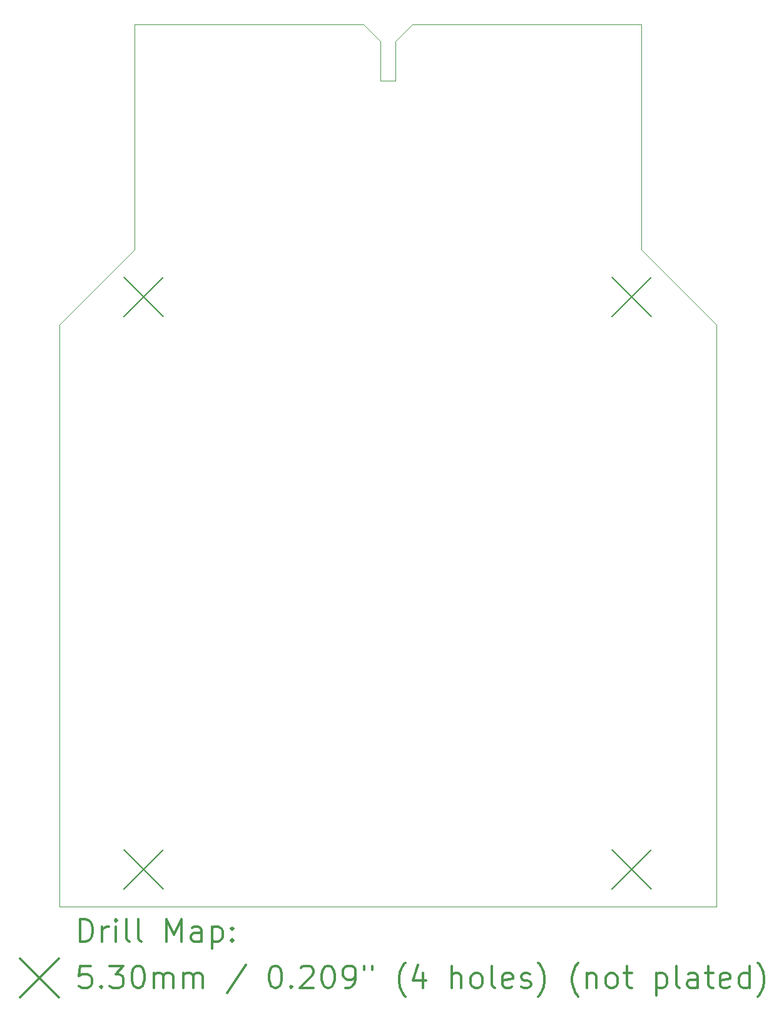
<source format=gbr>
%FSLAX45Y45*%
G04 Gerber Fmt 4.5, Leading zero omitted, Abs format (unit mm)*
G04 Created by KiCad (PCBNEW 5.1.2-f72e74a~84~ubuntu18.04.1) date 2019-07-07 14:55:57*
%MOMM*%
%LPD*%
G04 APERTURE LIST*
%ADD10C,0.050000*%
%ADD11C,0.200000*%
%ADD12C,0.300000*%
G04 APERTURE END LIST*
D10*
X15214600Y-6451600D02*
X15443200Y-6223000D01*
X14782800Y-6223000D02*
X15011400Y-6451600D01*
X10668000Y-10287000D02*
X11684000Y-9271000D01*
X10668000Y-18161000D02*
X10668000Y-10287000D01*
X19558000Y-18161000D02*
X10668000Y-18161000D01*
X19558000Y-10287000D02*
X19558000Y-18161000D01*
X18542000Y-9271000D02*
X19558000Y-10287000D01*
X15214600Y-6985000D02*
X15214600Y-6451600D01*
X15011400Y-6985000D02*
X15214600Y-6985000D01*
X15443200Y-6223000D02*
X18542000Y-6223000D01*
X15011400Y-6451600D02*
X15011400Y-6985000D01*
X11684000Y-9271000D02*
X11684000Y-6223000D01*
X18542000Y-6223000D02*
X18542000Y-9271000D01*
X11684000Y-6223000D02*
X14782800Y-6223000D01*
D11*
X11546000Y-9641000D02*
X12076000Y-10171000D01*
X12076000Y-9641000D02*
X11546000Y-10171000D01*
X18150000Y-9641000D02*
X18680000Y-10171000D01*
X18680000Y-9641000D02*
X18150000Y-10171000D01*
X11546000Y-17388000D02*
X12076000Y-17918000D01*
X12076000Y-17388000D02*
X11546000Y-17918000D01*
X18150000Y-17388000D02*
X18680000Y-17918000D01*
X18680000Y-17388000D02*
X18150000Y-17918000D01*
D12*
X10951928Y-18629214D02*
X10951928Y-18329214D01*
X11023357Y-18329214D01*
X11066214Y-18343500D01*
X11094786Y-18372072D01*
X11109071Y-18400643D01*
X11123357Y-18457786D01*
X11123357Y-18500643D01*
X11109071Y-18557786D01*
X11094786Y-18586357D01*
X11066214Y-18614929D01*
X11023357Y-18629214D01*
X10951928Y-18629214D01*
X11251928Y-18629214D02*
X11251928Y-18429214D01*
X11251928Y-18486357D02*
X11266214Y-18457786D01*
X11280500Y-18443500D01*
X11309071Y-18429214D01*
X11337643Y-18429214D01*
X11437643Y-18629214D02*
X11437643Y-18429214D01*
X11437643Y-18329214D02*
X11423357Y-18343500D01*
X11437643Y-18357786D01*
X11451928Y-18343500D01*
X11437643Y-18329214D01*
X11437643Y-18357786D01*
X11623357Y-18629214D02*
X11594786Y-18614929D01*
X11580500Y-18586357D01*
X11580500Y-18329214D01*
X11780500Y-18629214D02*
X11751928Y-18614929D01*
X11737643Y-18586357D01*
X11737643Y-18329214D01*
X12123357Y-18629214D02*
X12123357Y-18329214D01*
X12223357Y-18543500D01*
X12323357Y-18329214D01*
X12323357Y-18629214D01*
X12594786Y-18629214D02*
X12594786Y-18472072D01*
X12580500Y-18443500D01*
X12551928Y-18429214D01*
X12494786Y-18429214D01*
X12466214Y-18443500D01*
X12594786Y-18614929D02*
X12566214Y-18629214D01*
X12494786Y-18629214D01*
X12466214Y-18614929D01*
X12451928Y-18586357D01*
X12451928Y-18557786D01*
X12466214Y-18529214D01*
X12494786Y-18514929D01*
X12566214Y-18514929D01*
X12594786Y-18500643D01*
X12737643Y-18429214D02*
X12737643Y-18729214D01*
X12737643Y-18443500D02*
X12766214Y-18429214D01*
X12823357Y-18429214D01*
X12851928Y-18443500D01*
X12866214Y-18457786D01*
X12880500Y-18486357D01*
X12880500Y-18572072D01*
X12866214Y-18600643D01*
X12851928Y-18614929D01*
X12823357Y-18629214D01*
X12766214Y-18629214D01*
X12737643Y-18614929D01*
X13009071Y-18600643D02*
X13023357Y-18614929D01*
X13009071Y-18629214D01*
X12994786Y-18614929D01*
X13009071Y-18600643D01*
X13009071Y-18629214D01*
X13009071Y-18443500D02*
X13023357Y-18457786D01*
X13009071Y-18472072D01*
X12994786Y-18457786D01*
X13009071Y-18443500D01*
X13009071Y-18472072D01*
X10135500Y-18858500D02*
X10665500Y-19388500D01*
X10665500Y-18858500D02*
X10135500Y-19388500D01*
X11094786Y-18959214D02*
X10951928Y-18959214D01*
X10937643Y-19102072D01*
X10951928Y-19087786D01*
X10980500Y-19073500D01*
X11051928Y-19073500D01*
X11080500Y-19087786D01*
X11094786Y-19102072D01*
X11109071Y-19130643D01*
X11109071Y-19202072D01*
X11094786Y-19230643D01*
X11080500Y-19244929D01*
X11051928Y-19259214D01*
X10980500Y-19259214D01*
X10951928Y-19244929D01*
X10937643Y-19230643D01*
X11237643Y-19230643D02*
X11251928Y-19244929D01*
X11237643Y-19259214D01*
X11223357Y-19244929D01*
X11237643Y-19230643D01*
X11237643Y-19259214D01*
X11351928Y-18959214D02*
X11537643Y-18959214D01*
X11437643Y-19073500D01*
X11480500Y-19073500D01*
X11509071Y-19087786D01*
X11523357Y-19102072D01*
X11537643Y-19130643D01*
X11537643Y-19202072D01*
X11523357Y-19230643D01*
X11509071Y-19244929D01*
X11480500Y-19259214D01*
X11394786Y-19259214D01*
X11366214Y-19244929D01*
X11351928Y-19230643D01*
X11723357Y-18959214D02*
X11751928Y-18959214D01*
X11780500Y-18973500D01*
X11794786Y-18987786D01*
X11809071Y-19016357D01*
X11823357Y-19073500D01*
X11823357Y-19144929D01*
X11809071Y-19202072D01*
X11794786Y-19230643D01*
X11780500Y-19244929D01*
X11751928Y-19259214D01*
X11723357Y-19259214D01*
X11694786Y-19244929D01*
X11680500Y-19230643D01*
X11666214Y-19202072D01*
X11651928Y-19144929D01*
X11651928Y-19073500D01*
X11666214Y-19016357D01*
X11680500Y-18987786D01*
X11694786Y-18973500D01*
X11723357Y-18959214D01*
X11951928Y-19259214D02*
X11951928Y-19059214D01*
X11951928Y-19087786D02*
X11966214Y-19073500D01*
X11994786Y-19059214D01*
X12037643Y-19059214D01*
X12066214Y-19073500D01*
X12080500Y-19102072D01*
X12080500Y-19259214D01*
X12080500Y-19102072D02*
X12094786Y-19073500D01*
X12123357Y-19059214D01*
X12166214Y-19059214D01*
X12194786Y-19073500D01*
X12209071Y-19102072D01*
X12209071Y-19259214D01*
X12351928Y-19259214D02*
X12351928Y-19059214D01*
X12351928Y-19087786D02*
X12366214Y-19073500D01*
X12394786Y-19059214D01*
X12437643Y-19059214D01*
X12466214Y-19073500D01*
X12480500Y-19102072D01*
X12480500Y-19259214D01*
X12480500Y-19102072D02*
X12494786Y-19073500D01*
X12523357Y-19059214D01*
X12566214Y-19059214D01*
X12594786Y-19073500D01*
X12609071Y-19102072D01*
X12609071Y-19259214D01*
X13194786Y-18944929D02*
X12937643Y-19330643D01*
X13580500Y-18959214D02*
X13609071Y-18959214D01*
X13637643Y-18973500D01*
X13651928Y-18987786D01*
X13666214Y-19016357D01*
X13680500Y-19073500D01*
X13680500Y-19144929D01*
X13666214Y-19202072D01*
X13651928Y-19230643D01*
X13637643Y-19244929D01*
X13609071Y-19259214D01*
X13580500Y-19259214D01*
X13551928Y-19244929D01*
X13537643Y-19230643D01*
X13523357Y-19202072D01*
X13509071Y-19144929D01*
X13509071Y-19073500D01*
X13523357Y-19016357D01*
X13537643Y-18987786D01*
X13551928Y-18973500D01*
X13580500Y-18959214D01*
X13809071Y-19230643D02*
X13823357Y-19244929D01*
X13809071Y-19259214D01*
X13794786Y-19244929D01*
X13809071Y-19230643D01*
X13809071Y-19259214D01*
X13937643Y-18987786D02*
X13951928Y-18973500D01*
X13980500Y-18959214D01*
X14051928Y-18959214D01*
X14080500Y-18973500D01*
X14094786Y-18987786D01*
X14109071Y-19016357D01*
X14109071Y-19044929D01*
X14094786Y-19087786D01*
X13923357Y-19259214D01*
X14109071Y-19259214D01*
X14294786Y-18959214D02*
X14323357Y-18959214D01*
X14351928Y-18973500D01*
X14366214Y-18987786D01*
X14380500Y-19016357D01*
X14394786Y-19073500D01*
X14394786Y-19144929D01*
X14380500Y-19202072D01*
X14366214Y-19230643D01*
X14351928Y-19244929D01*
X14323357Y-19259214D01*
X14294786Y-19259214D01*
X14266214Y-19244929D01*
X14251928Y-19230643D01*
X14237643Y-19202072D01*
X14223357Y-19144929D01*
X14223357Y-19073500D01*
X14237643Y-19016357D01*
X14251928Y-18987786D01*
X14266214Y-18973500D01*
X14294786Y-18959214D01*
X14537643Y-19259214D02*
X14594786Y-19259214D01*
X14623357Y-19244929D01*
X14637643Y-19230643D01*
X14666214Y-19187786D01*
X14680500Y-19130643D01*
X14680500Y-19016357D01*
X14666214Y-18987786D01*
X14651928Y-18973500D01*
X14623357Y-18959214D01*
X14566214Y-18959214D01*
X14537643Y-18973500D01*
X14523357Y-18987786D01*
X14509071Y-19016357D01*
X14509071Y-19087786D01*
X14523357Y-19116357D01*
X14537643Y-19130643D01*
X14566214Y-19144929D01*
X14623357Y-19144929D01*
X14651928Y-19130643D01*
X14666214Y-19116357D01*
X14680500Y-19087786D01*
X14794786Y-18959214D02*
X14794786Y-19016357D01*
X14909071Y-18959214D02*
X14909071Y-19016357D01*
X15351928Y-19373500D02*
X15337643Y-19359214D01*
X15309071Y-19316357D01*
X15294786Y-19287786D01*
X15280500Y-19244929D01*
X15266214Y-19173500D01*
X15266214Y-19116357D01*
X15280500Y-19044929D01*
X15294786Y-19002072D01*
X15309071Y-18973500D01*
X15337643Y-18930643D01*
X15351928Y-18916357D01*
X15594786Y-19059214D02*
X15594786Y-19259214D01*
X15523357Y-18944929D02*
X15451928Y-19159214D01*
X15637643Y-19159214D01*
X15980500Y-19259214D02*
X15980500Y-18959214D01*
X16109071Y-19259214D02*
X16109071Y-19102072D01*
X16094786Y-19073500D01*
X16066214Y-19059214D01*
X16023357Y-19059214D01*
X15994786Y-19073500D01*
X15980500Y-19087786D01*
X16294786Y-19259214D02*
X16266214Y-19244929D01*
X16251928Y-19230643D01*
X16237643Y-19202072D01*
X16237643Y-19116357D01*
X16251928Y-19087786D01*
X16266214Y-19073500D01*
X16294786Y-19059214D01*
X16337643Y-19059214D01*
X16366214Y-19073500D01*
X16380500Y-19087786D01*
X16394786Y-19116357D01*
X16394786Y-19202072D01*
X16380500Y-19230643D01*
X16366214Y-19244929D01*
X16337643Y-19259214D01*
X16294786Y-19259214D01*
X16566214Y-19259214D02*
X16537643Y-19244929D01*
X16523357Y-19216357D01*
X16523357Y-18959214D01*
X16794786Y-19244929D02*
X16766214Y-19259214D01*
X16709071Y-19259214D01*
X16680500Y-19244929D01*
X16666214Y-19216357D01*
X16666214Y-19102072D01*
X16680500Y-19073500D01*
X16709071Y-19059214D01*
X16766214Y-19059214D01*
X16794786Y-19073500D01*
X16809071Y-19102072D01*
X16809071Y-19130643D01*
X16666214Y-19159214D01*
X16923357Y-19244929D02*
X16951928Y-19259214D01*
X17009071Y-19259214D01*
X17037643Y-19244929D01*
X17051928Y-19216357D01*
X17051928Y-19202072D01*
X17037643Y-19173500D01*
X17009071Y-19159214D01*
X16966214Y-19159214D01*
X16937643Y-19144929D01*
X16923357Y-19116357D01*
X16923357Y-19102072D01*
X16937643Y-19073500D01*
X16966214Y-19059214D01*
X17009071Y-19059214D01*
X17037643Y-19073500D01*
X17151928Y-19373500D02*
X17166214Y-19359214D01*
X17194786Y-19316357D01*
X17209071Y-19287786D01*
X17223357Y-19244929D01*
X17237643Y-19173500D01*
X17237643Y-19116357D01*
X17223357Y-19044929D01*
X17209071Y-19002072D01*
X17194786Y-18973500D01*
X17166214Y-18930643D01*
X17151928Y-18916357D01*
X17694786Y-19373500D02*
X17680500Y-19359214D01*
X17651928Y-19316357D01*
X17637643Y-19287786D01*
X17623357Y-19244929D01*
X17609071Y-19173500D01*
X17609071Y-19116357D01*
X17623357Y-19044929D01*
X17637643Y-19002072D01*
X17651928Y-18973500D01*
X17680500Y-18930643D01*
X17694786Y-18916357D01*
X17809071Y-19059214D02*
X17809071Y-19259214D01*
X17809071Y-19087786D02*
X17823357Y-19073500D01*
X17851928Y-19059214D01*
X17894786Y-19059214D01*
X17923357Y-19073500D01*
X17937643Y-19102072D01*
X17937643Y-19259214D01*
X18123357Y-19259214D02*
X18094786Y-19244929D01*
X18080500Y-19230643D01*
X18066214Y-19202072D01*
X18066214Y-19116357D01*
X18080500Y-19087786D01*
X18094786Y-19073500D01*
X18123357Y-19059214D01*
X18166214Y-19059214D01*
X18194786Y-19073500D01*
X18209071Y-19087786D01*
X18223357Y-19116357D01*
X18223357Y-19202072D01*
X18209071Y-19230643D01*
X18194786Y-19244929D01*
X18166214Y-19259214D01*
X18123357Y-19259214D01*
X18309071Y-19059214D02*
X18423357Y-19059214D01*
X18351928Y-18959214D02*
X18351928Y-19216357D01*
X18366214Y-19244929D01*
X18394786Y-19259214D01*
X18423357Y-19259214D01*
X18751928Y-19059214D02*
X18751928Y-19359214D01*
X18751928Y-19073500D02*
X18780500Y-19059214D01*
X18837643Y-19059214D01*
X18866214Y-19073500D01*
X18880500Y-19087786D01*
X18894786Y-19116357D01*
X18894786Y-19202072D01*
X18880500Y-19230643D01*
X18866214Y-19244929D01*
X18837643Y-19259214D01*
X18780500Y-19259214D01*
X18751928Y-19244929D01*
X19066214Y-19259214D02*
X19037643Y-19244929D01*
X19023357Y-19216357D01*
X19023357Y-18959214D01*
X19309071Y-19259214D02*
X19309071Y-19102072D01*
X19294786Y-19073500D01*
X19266214Y-19059214D01*
X19209071Y-19059214D01*
X19180500Y-19073500D01*
X19309071Y-19244929D02*
X19280500Y-19259214D01*
X19209071Y-19259214D01*
X19180500Y-19244929D01*
X19166214Y-19216357D01*
X19166214Y-19187786D01*
X19180500Y-19159214D01*
X19209071Y-19144929D01*
X19280500Y-19144929D01*
X19309071Y-19130643D01*
X19409071Y-19059214D02*
X19523357Y-19059214D01*
X19451928Y-18959214D02*
X19451928Y-19216357D01*
X19466214Y-19244929D01*
X19494786Y-19259214D01*
X19523357Y-19259214D01*
X19737643Y-19244929D02*
X19709071Y-19259214D01*
X19651928Y-19259214D01*
X19623357Y-19244929D01*
X19609071Y-19216357D01*
X19609071Y-19102072D01*
X19623357Y-19073500D01*
X19651928Y-19059214D01*
X19709071Y-19059214D01*
X19737643Y-19073500D01*
X19751928Y-19102072D01*
X19751928Y-19130643D01*
X19609071Y-19159214D01*
X20009071Y-19259214D02*
X20009071Y-18959214D01*
X20009071Y-19244929D02*
X19980500Y-19259214D01*
X19923357Y-19259214D01*
X19894786Y-19244929D01*
X19880500Y-19230643D01*
X19866214Y-19202072D01*
X19866214Y-19116357D01*
X19880500Y-19087786D01*
X19894786Y-19073500D01*
X19923357Y-19059214D01*
X19980500Y-19059214D01*
X20009071Y-19073500D01*
X20123357Y-19373500D02*
X20137643Y-19359214D01*
X20166214Y-19316357D01*
X20180500Y-19287786D01*
X20194786Y-19244929D01*
X20209071Y-19173500D01*
X20209071Y-19116357D01*
X20194786Y-19044929D01*
X20180500Y-19002072D01*
X20166214Y-18973500D01*
X20137643Y-18930643D01*
X20123357Y-18916357D01*
M02*

</source>
